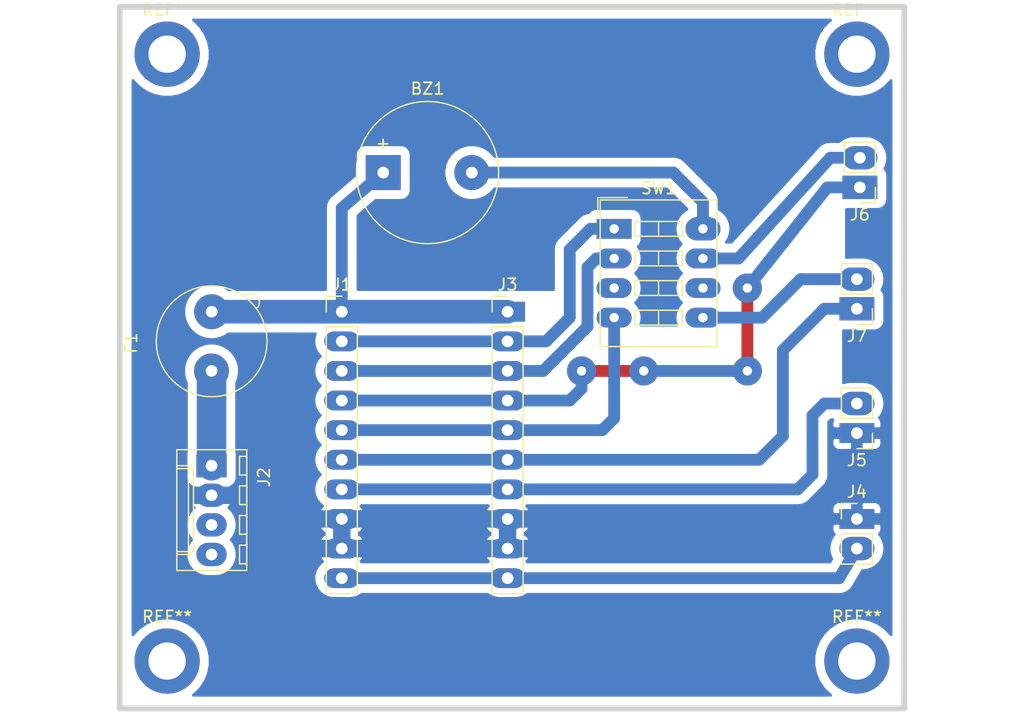
<source format=kicad_pcb>
(kicad_pcb (version 20171130) (host pcbnew "(5.1.8)-1")

  (general
    (thickness 1.6)
    (drawings 4)
    (tracks 61)
    (zones 0)
    (modules 14)
    (nets 14)
  )

  (page A4)
  (layers
    (0 F.Cu signal)
    (31 B.Cu signal)
    (32 B.Adhes user)
    (33 F.Adhes user)
    (34 B.Paste user)
    (35 F.Paste user)
    (36 B.SilkS user)
    (37 F.SilkS user)
    (38 B.Mask user)
    (39 F.Mask user)
    (40 Dwgs.User user)
    (41 Cmts.User user)
    (42 Eco1.User user)
    (43 Eco2.User user)
    (44 Edge.Cuts user)
    (45 Margin user)
    (46 B.CrtYd user)
    (47 F.CrtYd user)
    (48 B.Fab user)
    (49 F.Fab user)
  )

  (setup
    (last_trace_width 0.25)
    (user_trace_width 0.254)
    (user_trace_width 0.508)
    (user_trace_width 0.762)
    (user_trace_width 1.016)
    (user_trace_width 1.27)
    (user_trace_width 1.524)
    (user_trace_width 1.778)
    (user_trace_width 2.032)
    (user_trace_width 2.286)
    (user_trace_width 2.54)
    (user_trace_width 2.794)
    (user_trace_width 3.048)
    (user_trace_width 3.302)
    (user_trace_width 3.556)
    (user_trace_width 3.81)
    (user_trace_width 5.08)
    (trace_clearance 0.25)
    (zone_clearance 0.762)
    (zone_45_only no)
    (trace_min 0.2)
    (via_size 0.8)
    (via_drill 0.4)
    (via_min_size 0.4)
    (via_min_drill 0.3)
    (user_via 2 0.8)
    (uvia_size 0.3)
    (uvia_drill 0.1)
    (uvias_allowed no)
    (uvia_min_size 0.2)
    (uvia_min_drill 0.1)
    (edge_width 0.05)
    (segment_width 0.2)
    (pcb_text_width 0.3)
    (pcb_text_size 1.5 1.5)
    (mod_edge_width 0.12)
    (mod_text_size 1 1)
    (mod_text_width 0.15)
    (pad_size 3 1.7)
    (pad_drill 1)
    (pad_to_mask_clearance 0)
    (aux_axis_origin 0 0)
    (visible_elements 7FFFFFFF)
    (pcbplotparams
      (layerselection 0x01000_fffffffe)
      (usegerberextensions false)
      (usegerberattributes true)
      (usegerberadvancedattributes true)
      (creategerberjobfile true)
      (excludeedgelayer false)
      (linewidth 0.050000)
      (plotframeref false)
      (viasonmask false)
      (mode 1)
      (useauxorigin false)
      (hpglpennumber 1)
      (hpglpenspeed 20)
      (hpglpendiameter 15.000000)
      (psnegative false)
      (psa4output false)
      (plotreference false)
      (plotvalue false)
      (plotinvisibletext false)
      (padsonsilk true)
      (subtractmaskfromsilk false)
      (outputformat 5)
      (mirror false)
      (drillshape 1)
      (scaleselection 1)
      (outputdirectory ""))
  )

  (net 0 "")
  (net 1 VCC)
  (net 2 "Net-(J1-Pad10)")
  (net 3 "Net-(J1-Pad7)")
  (net 4 GND)
  (net 5 "Net-(J1-Pad5)")
  (net 6 "Net-(J1-Pad3)")
  (net 7 /SPK-)
  (net 8 "Net-(BZ1-Pad2)")
  (net 9 "Net-(J6-Pad2)")
  (net 10 "Net-(J1-Pad4)")
  (net 11 "Net-(J1-Pad6)")
  (net 12 "Net-(J7-Pad2)")
  (net 13 "Net-(F1-Pad1)")

  (net_class Default "This is the default net class."
    (clearance 0.25)
    (trace_width 0.25)
    (via_dia 0.8)
    (via_drill 0.4)
    (uvia_dia 0.3)
    (uvia_drill 0.1)
    (add_net /SPK-)
    (add_net GND)
    (add_net "Net-(BZ1-Pad2)")
    (add_net "Net-(F1-Pad1)")
    (add_net "Net-(J1-Pad10)")
    (add_net "Net-(J1-Pad3)")
    (add_net "Net-(J1-Pad4)")
    (add_net "Net-(J1-Pad5)")
    (add_net "Net-(J1-Pad6)")
    (add_net "Net-(J1-Pad7)")
    (add_net "Net-(J6-Pad2)")
    (add_net "Net-(J7-Pad2)")
    (add_net VCC)
  )

  (module Mounting_Holes:MountingHole_3.2mm_M3_DIN965_Pad (layer F.Cu) (tedit 56D1B4CB) (tstamp 5FC18118)
    (at 114.3 99.06)
    (descr "Mounting Hole 3.2mm, M3, DIN965")
    (tags "mounting hole 3.2mm m3 din965")
    (attr virtual)
    (fp_text reference REF** (at 0 -3.8) (layer F.SilkS)
      (effects (font (size 1 1) (thickness 0.15)))
    )
    (fp_text value MountingHole_3.2mm_M3_DIN965_Pad (at 0 3.8) (layer F.Fab)
      (effects (font (size 1 1) (thickness 0.15)))
    )
    (fp_circle (center 0 0) (end 3.05 0) (layer F.CrtYd) (width 0.05))
    (fp_circle (center 0 0) (end 2.8 0) (layer Cmts.User) (width 0.15))
    (fp_text user %R (at 0.3 0) (layer F.Fab)
      (effects (font (size 1 1) (thickness 0.15)))
    )
    (pad 1 thru_hole circle (at 0 0) (size 5.6 5.6) (drill 3.2) (layers *.Cu *.Mask))
  )

  (module Mounting_Holes:MountingHole_3.2mm_M3_DIN965_Pad (layer F.Cu) (tedit 56D1B4CB) (tstamp 5FC18118)
    (at 55.118 99.06)
    (descr "Mounting Hole 3.2mm, M3, DIN965")
    (tags "mounting hole 3.2mm m3 din965")
    (attr virtual)
    (fp_text reference REF** (at 0 -3.8) (layer F.SilkS)
      (effects (font (size 1 1) (thickness 0.15)))
    )
    (fp_text value MountingHole_3.2mm_M3_DIN965_Pad (at 0 3.8) (layer F.Fab)
      (effects (font (size 1 1) (thickness 0.15)))
    )
    (fp_circle (center 0 0) (end 3.05 0) (layer F.CrtYd) (width 0.05))
    (fp_circle (center 0 0) (end 2.8 0) (layer Cmts.User) (width 0.15))
    (fp_text user %R (at 0.3 0) (layer F.Fab)
      (effects (font (size 1 1) (thickness 0.15)))
    )
    (pad 1 thru_hole circle (at 0 0) (size 5.6 5.6) (drill 3.2) (layers *.Cu *.Mask))
  )

  (module Mounting_Holes:MountingHole_3.2mm_M3_DIN965_Pad (layer F.Cu) (tedit 56D1B4CB) (tstamp 5FC180D7)
    (at 114.3 46.99)
    (descr "Mounting Hole 3.2mm, M3, DIN965")
    (tags "mounting hole 3.2mm m3 din965")
    (attr virtual)
    (fp_text reference REF** (at 0 -3.8) (layer F.SilkS)
      (effects (font (size 1 1) (thickness 0.15)))
    )
    (fp_text value MountingHole_3.2mm_M3_DIN965_Pad (at 0 3.8) (layer F.Fab)
      (effects (font (size 1 1) (thickness 0.15)))
    )
    (fp_circle (center 0 0) (end 3.05 0) (layer F.CrtYd) (width 0.05))
    (fp_circle (center 0 0) (end 2.8 0) (layer Cmts.User) (width 0.15))
    (fp_text user %R (at 0.3 0) (layer F.Fab)
      (effects (font (size 1 1) (thickness 0.15)))
    )
    (pad 1 thru_hole circle (at 0 0) (size 5.6 5.6) (drill 3.2) (layers *.Cu *.Mask))
  )

  (module Mounting_Holes:MountingHole_3.2mm_M3_DIN965_Pad (layer F.Cu) (tedit 56D1B4CB) (tstamp 5FC1804C)
    (at 55.118 46.99)
    (descr "Mounting Hole 3.2mm, M3, DIN965")
    (tags "mounting hole 3.2mm m3 din965")
    (attr virtual)
    (fp_text reference REF** (at 0 -3.8) (layer F.SilkS)
      (effects (font (size 1 1) (thickness 0.15)))
    )
    (fp_text value MountingHole_3.2mm_M3_DIN965_Pad (at 0 3.8) (layer F.Fab)
      (effects (font (size 1 1) (thickness 0.15)))
    )
    (fp_circle (center 0 0) (end 3.05 0) (layer F.CrtYd) (width 0.05))
    (fp_circle (center 0 0) (end 2.8 0) (layer Cmts.User) (width 0.15))
    (fp_text user %R (at 0.3 0) (layer F.Fab)
      (effects (font (size 1 1) (thickness 0.15)))
    )
    (pad 1 thru_hole circle (at 0 0) (size 5.6 5.6) (drill 3.2) (layers *.Cu *.Mask))
  )

  (module Buttons_Switches_THT:SW_DIP_x4_W7.62mm_Slide (layer F.Cu) (tedit 5FC16490) (tstamp 5FC17D04)
    (at 93.472 61.976)
    (descr "4x-dip-switch, Slide, row spacing 7.62 mm (300 mils)")
    (tags "DIP Switch Slide 7.62mm 300mil")
    (path /5FC654C2)
    (fp_text reference SW1 (at 3.81 -3.48) (layer F.SilkS)
      (effects (font (size 1 1) (thickness 0.15)))
    )
    (fp_text value SW_DIP_x04 (at 3.81 11.1) (layer F.Fab)
      (effects (font (size 1 1) (thickness 0.15)))
    )
    (fp_line (start -1.4 -2.68) (end -1.4 -1.41) (layer F.SilkS) (width 0.12))
    (fp_line (start -1.4 -2.68) (end 1.14 -2.68) (layer F.SilkS) (width 0.12))
    (fp_line (start -0.08 -2.36) (end 8.7 -2.36) (layer F.Fab) (width 0.1))
    (fp_line (start 8.7 -2.36) (end 8.7 9.98) (layer F.Fab) (width 0.1))
    (fp_line (start 8.7 9.98) (end -1.08 9.98) (layer F.Fab) (width 0.1))
    (fp_line (start -1.08 9.98) (end -1.08 -1.36) (layer F.Fab) (width 0.1))
    (fp_line (start -1.08 -1.36) (end -0.08 -2.36) (layer F.Fab) (width 0.1))
    (fp_line (start 1.78 -0.635) (end 1.78 0.635) (layer F.Fab) (width 0.1))
    (fp_line (start 1.78 0.635) (end 5.84 0.635) (layer F.Fab) (width 0.1))
    (fp_line (start 5.84 0.635) (end 5.84 -0.635) (layer F.Fab) (width 0.1))
    (fp_line (start 5.84 -0.635) (end 1.78 -0.635) (layer F.Fab) (width 0.1))
    (fp_line (start 3.81 -0.635) (end 3.81 0.635) (layer F.Fab) (width 0.1))
    (fp_line (start 1.78 1.905) (end 1.78 3.175) (layer F.Fab) (width 0.1))
    (fp_line (start 1.78 3.175) (end 5.84 3.175) (layer F.Fab) (width 0.1))
    (fp_line (start 5.84 3.175) (end 5.84 1.905) (layer F.Fab) (width 0.1))
    (fp_line (start 5.84 1.905) (end 1.78 1.905) (layer F.Fab) (width 0.1))
    (fp_line (start 3.81 1.905) (end 3.81 3.175) (layer F.Fab) (width 0.1))
    (fp_line (start 1.78 4.445) (end 1.78 5.715) (layer F.Fab) (width 0.1))
    (fp_line (start 1.78 5.715) (end 5.84 5.715) (layer F.Fab) (width 0.1))
    (fp_line (start 5.84 5.715) (end 5.84 4.445) (layer F.Fab) (width 0.1))
    (fp_line (start 5.84 4.445) (end 1.78 4.445) (layer F.Fab) (width 0.1))
    (fp_line (start 3.81 4.445) (end 3.81 5.715) (layer F.Fab) (width 0.1))
    (fp_line (start 1.78 6.985) (end 1.78 8.255) (layer F.Fab) (width 0.1))
    (fp_line (start 1.78 8.255) (end 5.84 8.255) (layer F.Fab) (width 0.1))
    (fp_line (start 5.84 8.255) (end 5.84 6.985) (layer F.Fab) (width 0.1))
    (fp_line (start 5.84 6.985) (end 1.78 6.985) (layer F.Fab) (width 0.1))
    (fp_line (start 3.81 6.985) (end 3.81 8.255) (layer F.Fab) (width 0.1))
    (fp_line (start -1.2 -2.48) (end 8.82 -2.48) (layer F.SilkS) (width 0.12))
    (fp_line (start 8.82 -2.48) (end 8.82 10.1) (layer F.SilkS) (width 0.12))
    (fp_line (start 8.82 10.1) (end -1.2 10.1) (layer F.SilkS) (width 0.12))
    (fp_line (start -1.2 10.1) (end -1.2 -2.48) (layer F.SilkS) (width 0.12))
    (fp_line (start 1.78 -0.635) (end 1.78 0.635) (layer F.SilkS) (width 0.12))
    (fp_line (start 1.78 0.635) (end 5.84 0.635) (layer F.SilkS) (width 0.12))
    (fp_line (start 5.84 0.635) (end 5.84 -0.635) (layer F.SilkS) (width 0.12))
    (fp_line (start 5.84 -0.635) (end 1.78 -0.635) (layer F.SilkS) (width 0.12))
    (fp_line (start 3.81 -0.635) (end 3.81 0.635) (layer F.SilkS) (width 0.12))
    (fp_line (start 1.78 1.905) (end 1.78 3.175) (layer F.SilkS) (width 0.12))
    (fp_line (start 1.78 3.175) (end 5.84 3.175) (layer F.SilkS) (width 0.12))
    (fp_line (start 5.84 3.175) (end 5.84 1.905) (layer F.SilkS) (width 0.12))
    (fp_line (start 5.84 1.905) (end 1.78 1.905) (layer F.SilkS) (width 0.12))
    (fp_line (start 3.81 1.905) (end 3.81 3.175) (layer F.SilkS) (width 0.12))
    (fp_line (start 1.78 4.445) (end 1.78 5.715) (layer F.SilkS) (width 0.12))
    (fp_line (start 1.78 5.715) (end 5.84 5.715) (layer F.SilkS) (width 0.12))
    (fp_line (start 5.84 5.715) (end 5.84 4.445) (layer F.SilkS) (width 0.12))
    (fp_line (start 5.84 4.445) (end 1.78 4.445) (layer F.SilkS) (width 0.12))
    (fp_line (start 3.81 4.445) (end 3.81 5.715) (layer F.SilkS) (width 0.12))
    (fp_line (start 1.78 6.985) (end 1.78 8.255) (layer F.SilkS) (width 0.12))
    (fp_line (start 1.78 8.255) (end 5.84 8.255) (layer F.SilkS) (width 0.12))
    (fp_line (start 5.84 8.255) (end 5.84 6.985) (layer F.SilkS) (width 0.12))
    (fp_line (start 5.84 6.985) (end 1.78 6.985) (layer F.SilkS) (width 0.12))
    (fp_line (start 3.81 6.985) (end 3.81 8.255) (layer F.SilkS) (width 0.12))
    (fp_line (start -1.4 -2.7) (end -1.4 10.3) (layer F.CrtYd) (width 0.05))
    (fp_line (start -1.4 10.3) (end 9 10.3) (layer F.CrtYd) (width 0.05))
    (fp_line (start 9 10.3) (end 9 -2.7) (layer F.CrtYd) (width 0.05))
    (fp_line (start 9 -2.7) (end -1.4 -2.7) (layer F.CrtYd) (width 0.05))
    (fp_text user %R (at 3.81 3.81 270) (layer F.Fab)
      (effects (font (size 1 1) (thickness 0.15)))
    )
    (pad 1 thru_hole rect (at 0 0) (size 3 1.7) (drill 0.8) (layers *.Cu *.Mask)
      (net 7 /SPK-))
    (pad 5 thru_hole oval (at 7.62 7.62) (size 3 1.7) (drill 0.8) (layers *.Cu *.Mask)
      (net 12 "Net-(J7-Pad2)"))
    (pad 2 thru_hole oval (at 0 2.54) (size 3 1.7) (drill 0.8) (layers *.Cu *.Mask)
      (net 6 "Net-(J1-Pad3)"))
    (pad 6 thru_hole oval (at 7.62 5.08) (size 3 1.7) (drill 0.8) (layers *.Cu *.Mask))
    (pad 3 thru_hole oval (at 0 5.08) (size 3 1.7) (drill 0.8) (layers *.Cu *.Mask))
    (pad 7 thru_hole oval (at 7.62 2.54) (size 3 1.7) (drill 0.8) (layers *.Cu *.Mask)
      (net 9 "Net-(J6-Pad2)"))
    (pad 4 thru_hole oval (at 0 7.62) (size 3 1.7) (drill 0.8) (layers *.Cu *.Mask)
      (net 5 "Net-(J1-Pad5)"))
    (pad 8 thru_hole oval (at 7.62 0) (size 3 2) (drill 0.8) (layers *.Cu *.Mask)
      (net 8 "Net-(BZ1-Pad2)"))
    (model ${KISYS3DMOD}/Buttons_Switches_THT.3dshapes/SW_DIP_x4_W7.62mm_Slide.wrl
      (at (xyz 0 0 0))
      (scale (xyz 1 1 1))
      (rotate (xyz 0 0 90))
    )
  )

  (module Pin_Headers:Pin_Header_Straight_1x10_Pitch2.54mm (layer F.Cu) (tedit 5FC17A0E) (tstamp 5FC14A50)
    (at 84.328 69.088)
    (descr "Through hole straight pin header, 1x10, 2.54mm pitch, single row")
    (tags "Through hole pin header THT 1x10 2.54mm single row")
    (path /5FC2A9E5)
    (fp_text reference J3 (at 0 -2.33) (layer F.SilkS)
      (effects (font (size 1 1) (thickness 0.15)))
    )
    (fp_text value EXT_CONN (at 0 25.19) (layer F.Fab)
      (effects (font (size 1 1) (thickness 0.15)))
    )
    (fp_line (start -0.635 -1.27) (end 1.27 -1.27) (layer F.Fab) (width 0.1))
    (fp_line (start 1.27 -1.27) (end 1.27 24.13) (layer F.Fab) (width 0.1))
    (fp_line (start 1.27 24.13) (end -1.27 24.13) (layer F.Fab) (width 0.1))
    (fp_line (start -1.27 24.13) (end -1.27 -0.635) (layer F.Fab) (width 0.1))
    (fp_line (start -1.27 -0.635) (end -0.635 -1.27) (layer F.Fab) (width 0.1))
    (fp_line (start -1.33 24.19) (end 1.33 24.19) (layer F.SilkS) (width 0.12))
    (fp_line (start -1.33 1.27) (end -1.33 24.19) (layer F.SilkS) (width 0.12))
    (fp_line (start 1.33 1.27) (end 1.33 24.19) (layer F.SilkS) (width 0.12))
    (fp_line (start -1.33 1.27) (end 1.33 1.27) (layer F.SilkS) (width 0.12))
    (fp_line (start -1.33 0) (end -1.33 -1.33) (layer F.SilkS) (width 0.12))
    (fp_line (start -1.33 -1.33) (end 0 -1.33) (layer F.SilkS) (width 0.12))
    (fp_line (start -1.8 -1.8) (end -1.8 24.65) (layer F.CrtYd) (width 0.05))
    (fp_line (start -1.8 24.65) (end 1.8 24.65) (layer F.CrtYd) (width 0.05))
    (fp_line (start 1.8 24.65) (end 1.8 -1.8) (layer F.CrtYd) (width 0.05))
    (fp_line (start 1.8 -1.8) (end -1.8 -1.8) (layer F.CrtYd) (width 0.05))
    (fp_text user %R (at 0 11.43 90) (layer F.Fab)
      (effects (font (size 1 1) (thickness 0.15)))
    )
    (pad 1 thru_hole rect (at 0 0) (size 3 1.7) (drill 1) (layers *.Cu *.Mask)
      (net 1 VCC))
    (pad 2 thru_hole oval (at 0 2.54) (size 3 1.7) (drill 1) (layers *.Cu *.Mask)
      (net 7 /SPK-))
    (pad 3 thru_hole oval (at 0 5.08) (size 3 1.7) (drill 1) (layers *.Cu *.Mask)
      (net 6 "Net-(J1-Pad3)"))
    (pad 4 thru_hole oval (at 0 7.62) (size 3 1.7) (drill 1) (layers *.Cu *.Mask)
      (net 10 "Net-(J1-Pad4)"))
    (pad 5 thru_hole oval (at 0 10.16) (size 3 1.7) (drill 1) (layers *.Cu *.Mask)
      (net 5 "Net-(J1-Pad5)"))
    (pad 6 thru_hole oval (at 0 12.7) (size 3 1.7) (drill 1) (layers *.Cu *.Mask)
      (net 11 "Net-(J1-Pad6)"))
    (pad 7 thru_hole oval (at 0 15.24) (size 3 1.7) (drill 1) (layers *.Cu *.Mask)
      (net 3 "Net-(J1-Pad7)"))
    (pad 8 thru_hole oval (at 0 17.78) (size 3 1.7) (drill 1) (layers *.Cu *.Mask)
      (net 4 GND) (thermal_width 1.5))
    (pad 9 thru_hole oval (at 0 20.32) (size 3 1.7) (drill 1) (layers *.Cu *.Mask)
      (net 4 GND) (thermal_width 1.5))
    (pad 10 thru_hole oval (at 0 22.86) (size 3 1.7) (drill 1) (layers *.Cu *.Mask)
      (net 2 "Net-(J1-Pad10)"))
    (model ${KISYS3DMOD}/Pin_Headers.3dshapes/Pin_Header_Straight_1x10_Pitch2.54mm.wrl
      (at (xyz 0 0 0))
      (scale (xyz 1 1 1))
      (rotate (xyz 0 0 0))
    )
  )

  (module Connectors_Molex:Molex_KK-6410-04_04x2.54mm_Straight (layer F.Cu) (tedit 5FC1796F) (tstamp 5FC14A4D)
    (at 58.928 82.296 270)
    (descr "Connector Headers with Friction Lock, 22-27-2041, http://www.molex.com/pdm_docs/sd/022272021_sd.pdf")
    (tags "connector molex kk_6410 22-27-2041")
    (path /5FC2BAC4)
    (fp_text reference J2 (at 1 -4.5 90) (layer F.SilkS)
      (effects (font (size 1 1) (thickness 0.15)))
    )
    (fp_text value FLOPPY_PWR (at 3.81 4.5 90) (layer F.Fab)
      (effects (font (size 1 1) (thickness 0.15)))
    )
    (fp_line (start -1.47 -3.12) (end -1.47 3.08) (layer F.Fab) (width 0.12))
    (fp_line (start -1.47 3.08) (end 9.09 3.08) (layer F.Fab) (width 0.12))
    (fp_line (start 9.09 3.08) (end 9.09 -3.12) (layer F.Fab) (width 0.12))
    (fp_line (start 9.09 -3.12) (end -1.47 -3.12) (layer F.Fab) (width 0.12))
    (fp_line (start -1.37 -3.02) (end -1.37 2.98) (layer F.SilkS) (width 0.12))
    (fp_line (start -1.37 2.98) (end 8.99 2.98) (layer F.SilkS) (width 0.12))
    (fp_line (start 8.99 2.98) (end 8.99 -3.02) (layer F.SilkS) (width 0.12))
    (fp_line (start 8.99 -3.02) (end -1.37 -3.02) (layer F.SilkS) (width 0.12))
    (fp_line (start 0 2.98) (end 0 1.98) (layer F.SilkS) (width 0.12))
    (fp_line (start 0 1.98) (end 7.62 1.98) (layer F.SilkS) (width 0.12))
    (fp_line (start 7.62 1.98) (end 7.62 2.98) (layer F.SilkS) (width 0.12))
    (fp_line (start 0 1.98) (end 0.25 1.55) (layer F.SilkS) (width 0.12))
    (fp_line (start 0.25 1.55) (end 7.37 1.55) (layer F.SilkS) (width 0.12))
    (fp_line (start 7.37 1.55) (end 7.62 1.98) (layer F.SilkS) (width 0.12))
    (fp_line (start 0.25 2.98) (end 0.25 1.98) (layer F.SilkS) (width 0.12))
    (fp_line (start 7.37 2.98) (end 7.37 1.98) (layer F.SilkS) (width 0.12))
    (fp_line (start -0.8 -3.02) (end -0.8 -2.4) (layer F.SilkS) (width 0.12))
    (fp_line (start -0.8 -2.4) (end 0.8 -2.4) (layer F.SilkS) (width 0.12))
    (fp_line (start 0.8 -2.4) (end 0.8 -3.02) (layer F.SilkS) (width 0.12))
    (fp_line (start 1.74 -3.02) (end 1.74 -2.4) (layer F.SilkS) (width 0.12))
    (fp_line (start 1.74 -2.4) (end 3.34 -2.4) (layer F.SilkS) (width 0.12))
    (fp_line (start 3.34 -2.4) (end 3.34 -3.02) (layer F.SilkS) (width 0.12))
    (fp_line (start 4.28 -3.02) (end 4.28 -2.4) (layer F.SilkS) (width 0.12))
    (fp_line (start 4.28 -2.4) (end 5.88 -2.4) (layer F.SilkS) (width 0.12))
    (fp_line (start 5.88 -2.4) (end 5.88 -3.02) (layer F.SilkS) (width 0.12))
    (fp_line (start 6.82 -3.02) (end 6.82 -2.4) (layer F.SilkS) (width 0.12))
    (fp_line (start 6.82 -2.4) (end 8.42 -2.4) (layer F.SilkS) (width 0.12))
    (fp_line (start 8.42 -2.4) (end 8.42 -3.02) (layer F.SilkS) (width 0.12))
    (fp_line (start -1.9 3.5) (end -1.9 -3.55) (layer F.CrtYd) (width 0.05))
    (fp_line (start -1.9 -3.55) (end 9.5 -3.55) (layer F.CrtYd) (width 0.05))
    (fp_line (start 9.5 -3.55) (end 9.5 3.5) (layer F.CrtYd) (width 0.05))
    (fp_line (start 9.5 3.5) (end -1.9 3.5) (layer F.CrtYd) (width 0.05))
    (fp_text user %R (at 3.81 0 90) (layer F.Fab)
      (effects (font (size 1 1) (thickness 0.15)))
    )
    (pad 1 thru_hole rect (at 0 0 270) (size 2 2.6) (drill 1) (layers *.Cu *.Mask)
      (net 13 "Net-(F1-Pad1)"))
    (pad 2 thru_hole oval (at 2.54 0 270) (size 2 2.6) (drill 1) (layers *.Cu *.Mask)
      (net 4 GND) (thermal_width 1.5))
    (pad 3 thru_hole oval (at 5.08 0 270) (size 2 2.6) (drill 1) (layers *.Cu *.Mask))
    (pad 4 thru_hole oval (at 7.62 0 270) (size 2 2.6) (drill 1) (layers *.Cu *.Mask))
    (model ${KISYS3DMOD}/Connectors_Molex.3dshapes/Molex_KK-6410-04_04x2.54mm_Straight.wrl
      (at (xyz 0 0 0))
      (scale (xyz 1 1 1))
      (rotate (xyz 0 0 0))
    )
  )

  (module Pin_Headers:Pin_Header_Straight_1x10_Pitch2.54mm (layer F.Cu) (tedit 5FC179F6) (tstamp 5FC14A4A)
    (at 70.104 69.088)
    (descr "Through hole straight pin header, 1x10, 2.54mm pitch, single row")
    (tags "Through hole pin header THT 1x10 2.54mm single row")
    (path /5FC284C4)
    (fp_text reference J1 (at 0 -2.33) (layer F.SilkS)
      (effects (font (size 1 1) (thickness 0.15)))
    )
    (fp_text value MB_CONN (at 0 25.19) (layer F.Fab)
      (effects (font (size 1 1) (thickness 0.15)))
    )
    (fp_line (start -0.635 -1.27) (end 1.27 -1.27) (layer F.Fab) (width 0.1))
    (fp_line (start 1.27 -1.27) (end 1.27 24.13) (layer F.Fab) (width 0.1))
    (fp_line (start 1.27 24.13) (end -1.27 24.13) (layer F.Fab) (width 0.1))
    (fp_line (start -1.27 24.13) (end -1.27 -0.635) (layer F.Fab) (width 0.1))
    (fp_line (start -1.27 -0.635) (end -0.635 -1.27) (layer F.Fab) (width 0.1))
    (fp_line (start -1.33 24.19) (end 1.33 24.19) (layer F.SilkS) (width 0.12))
    (fp_line (start -1.33 1.27) (end -1.33 24.19) (layer F.SilkS) (width 0.12))
    (fp_line (start 1.33 1.27) (end 1.33 24.19) (layer F.SilkS) (width 0.12))
    (fp_line (start -1.33 1.27) (end 1.33 1.27) (layer F.SilkS) (width 0.12))
    (fp_line (start -1.33 0) (end -1.33 -1.33) (layer F.SilkS) (width 0.12))
    (fp_line (start -1.33 -1.33) (end 0 -1.33) (layer F.SilkS) (width 0.12))
    (fp_line (start -1.8 -1.8) (end -1.8 24.65) (layer F.CrtYd) (width 0.05))
    (fp_line (start -1.8 24.65) (end 1.8 24.65) (layer F.CrtYd) (width 0.05))
    (fp_line (start 1.8 24.65) (end 1.8 -1.8) (layer F.CrtYd) (width 0.05))
    (fp_line (start 1.8 -1.8) (end -1.8 -1.8) (layer F.CrtYd) (width 0.05))
    (fp_text user %R (at 0 11.43 90) (layer F.Fab)
      (effects (font (size 1 1) (thickness 0.15)))
    )
    (pad 1 thru_hole rect (at 0 0) (size 3 1.7) (drill 1) (layers *.Cu *.Mask)
      (net 1 VCC))
    (pad 2 thru_hole oval (at 0 2.54) (size 3 1.7) (drill 1) (layers *.Cu *.Mask)
      (net 7 /SPK-))
    (pad 3 thru_hole oval (at 0 5.08) (size 3 1.7) (drill 1) (layers *.Cu *.Mask)
      (net 6 "Net-(J1-Pad3)"))
    (pad 4 thru_hole oval (at 0 7.62) (size 3 1.7) (drill 1) (layers *.Cu *.Mask)
      (net 10 "Net-(J1-Pad4)"))
    (pad 5 thru_hole oval (at 0 10.16) (size 3 1.7) (drill 1) (layers *.Cu *.Mask)
      (net 5 "Net-(J1-Pad5)"))
    (pad 6 thru_hole oval (at 0 12.7) (size 3 1.7) (drill 1) (layers *.Cu *.Mask)
      (net 11 "Net-(J1-Pad6)"))
    (pad 7 thru_hole oval (at 0 15.24) (size 3 1.7) (drill 1) (layers *.Cu *.Mask)
      (net 3 "Net-(J1-Pad7)"))
    (pad 8 thru_hole oval (at 0 17.78) (size 3 1.7) (drill 1) (layers *.Cu *.Mask)
      (net 4 GND) (thermal_width 1.5))
    (pad 9 thru_hole oval (at 0 20.32) (size 3 1.7) (drill 1) (layers *.Cu *.Mask)
      (net 4 GND) (thermal_width 1.5))
    (pad 10 thru_hole oval (at 0 22.86) (size 3 1.7) (drill 1) (layers *.Cu *.Mask)
      (net 2 "Net-(J1-Pad10)"))
    (model ${KISYS3DMOD}/Pin_Headers.3dshapes/Pin_Header_Straight_1x10_Pitch2.54mm.wrl
      (at (xyz 0 0 0))
      (scale (xyz 1 1 1))
      (rotate (xyz 0 0 0))
    )
  )

  (module Fuse_Holders_and_Fuses:Fuseholder_Fuse_TR5_Littlefuse-No560_No460 (layer F.Cu) (tedit 5FC16B80) (tstamp 5FC15BA6)
    (at 58.928 74.168 90)
    (descr "Fuse, Fuseholder, TR5, Littlefuse/Wickmann, No. 460, No560,")
    (tags "Fuse Fuseholder TR5 Littlefuse/Wickmann No. 460 No560 ")
    (path /5FC2EE95)
    (fp_text reference F1 (at 2.39 -6.89 90) (layer F.SilkS)
      (effects (font (size 1 1) (thickness 0.15)))
    )
    (fp_text value "Fuse (500 mA)" (at 2.39 7.43 90) (layer F.Fab)
      (effects (font (size 1 1) (thickness 0.15)))
    )
    (fp_line (start 5.44 3.94) (end 5.31 3.79) (layer F.Fab) (width 0.1))
    (fp_line (start 5.62 4.02) (end 5.44 3.94) (layer F.Fab) (width 0.1))
    (fp_line (start 5.91 4.06) (end 5.62 4.02) (layer F.Fab) (width 0.1))
    (fp_line (start 6.2 3.98) (end 5.91 4.06) (layer F.Fab) (width 0.1))
    (fp_line (start 6.42 3.81) (end 6.2 3.98) (layer F.Fab) (width 0.1))
    (fp_line (start 6.57 3.55) (end 6.42 3.81) (layer F.Fab) (width 0.1))
    (fp_line (start 6.6 3.29) (end 6.57 3.55) (layer F.Fab) (width 0.1))
    (fp_line (start 6.55 3.04) (end 6.6 3.29) (layer F.Fab) (width 0.1))
    (fp_line (start 6.46 2.88) (end 6.55 3.04) (layer F.Fab) (width 0.1))
    (fp_line (start 6.34 2.74) (end 6.46 2.88) (layer F.Fab) (width 0.1))
    (fp_line (start 6.39 2.79) (end 6.51 2.93) (layer F.SilkS) (width 0.12))
    (fp_line (start 6.51 2.93) (end 6.6 3.09) (layer F.SilkS) (width 0.12))
    (fp_line (start 6.6 3.09) (end 6.65 3.34) (layer F.SilkS) (width 0.12))
    (fp_line (start 6.65 3.34) (end 6.62 3.6) (layer F.SilkS) (width 0.12))
    (fp_line (start 6.62 3.6) (end 6.47 3.86) (layer F.SilkS) (width 0.12))
    (fp_line (start 6.47 3.86) (end 6.25 4.03) (layer F.SilkS) (width 0.12))
    (fp_line (start 6.25 4.03) (end 5.96 4.11) (layer F.SilkS) (width 0.12))
    (fp_line (start 5.96 4.11) (end 5.67 4.07) (layer F.SilkS) (width 0.12))
    (fp_line (start 5.67 4.07) (end 5.49 3.99) (layer F.SilkS) (width 0.12))
    (fp_line (start 5.49 3.99) (end 5.36 3.84) (layer F.SilkS) (width 0.12))
    (fp_line (start -2.46 -4.99) (end 7.54 -4.99) (layer F.CrtYd) (width 0.05))
    (fp_line (start -2.46 -4.99) (end -2.46 5.01) (layer F.CrtYd) (width 0.05))
    (fp_line (start 7.54 5.01) (end 7.54 -4.99) (layer F.CrtYd) (width 0.05))
    (fp_line (start 7.54 5.01) (end -2.46 5.01) (layer F.CrtYd) (width 0.05))
    (fp_circle (center 2.55 0) (end 7.25 0) (layer F.Fab) (width 0.1))
    (fp_circle (center 2.54 0.01) (end 7.29 0.01) (layer F.SilkS) (width 0.12))
    (pad 1 thru_hole circle (at 0 0 90) (size 3 3) (drill 1) (layers *.Cu *.Mask)
      (net 13 "Net-(F1-Pad1)"))
    (pad 2 thru_hole circle (at 5.08 0.01 90) (size 3 3) (drill 1) (layers *.Cu *.Mask)
      (net 1 VCC))
  )

  (module Pin_Headers:Pin_Header_Straight_1x02_Pitch2.54mm (layer F.Cu) (tedit 5FC17A21) (tstamp 5FC02EE8)
    (at 114.3 86.868)
    (descr "Through hole straight pin header, 1x02, 2.54mm pitch, single row")
    (tags "Through hole pin header THT 1x02 2.54mm single row")
    (path /5FC08C5C)
    (fp_text reference J4 (at 0 -2.33) (layer F.SilkS)
      (effects (font (size 1 1) (thickness 0.15)))
    )
    (fp_text value PWR_SW (at 0 4.87) (layer F.Fab)
      (effects (font (size 1 1) (thickness 0.15)))
    )
    (fp_line (start -0.635 -1.27) (end 1.27 -1.27) (layer F.Fab) (width 0.1))
    (fp_line (start 1.27 -1.27) (end 1.27 3.81) (layer F.Fab) (width 0.1))
    (fp_line (start 1.27 3.81) (end -1.27 3.81) (layer F.Fab) (width 0.1))
    (fp_line (start -1.27 3.81) (end -1.27 -0.635) (layer F.Fab) (width 0.1))
    (fp_line (start -1.27 -0.635) (end -0.635 -1.27) (layer F.Fab) (width 0.1))
    (fp_line (start -1.33 3.87) (end 1.33 3.87) (layer F.SilkS) (width 0.12))
    (fp_line (start -1.33 1.27) (end -1.33 3.87) (layer F.SilkS) (width 0.12))
    (fp_line (start 1.33 1.27) (end 1.33 3.87) (layer F.SilkS) (width 0.12))
    (fp_line (start -1.33 1.27) (end 1.33 1.27) (layer F.SilkS) (width 0.12))
    (fp_line (start -1.33 0) (end -1.33 -1.33) (layer F.SilkS) (width 0.12))
    (fp_line (start -1.33 -1.33) (end 0 -1.33) (layer F.SilkS) (width 0.12))
    (fp_line (start -1.8 -1.8) (end -1.8 4.35) (layer F.CrtYd) (width 0.05))
    (fp_line (start -1.8 4.35) (end 1.8 4.35) (layer F.CrtYd) (width 0.05))
    (fp_line (start 1.8 4.35) (end 1.8 -1.8) (layer F.CrtYd) (width 0.05))
    (fp_line (start 1.8 -1.8) (end -1.8 -1.8) (layer F.CrtYd) (width 0.05))
    (fp_text user %R (at 0 1.27 -270) (layer F.Fab)
      (effects (font (size 1 1) (thickness 0.15)))
    )
    (pad 2 thru_hole oval (at 0 2.54) (size 3 2) (drill 1) (layers *.Cu *.Mask)
      (net 2 "Net-(J1-Pad10)"))
    (pad 1 thru_hole rect (at 0 0) (size 3 1.7) (drill 1) (layers *.Cu *.Mask)
      (net 4 GND) (thermal_width 1))
    (model ${KISYS3DMOD}/Pin_Headers.3dshapes/Pin_Header_Straight_1x02_Pitch2.54mm.wrl
      (at (xyz 0 0 0))
      (scale (xyz 1 1 1))
      (rotate (xyz 0 0 0))
    )
  )

  (module Pin_Headers:Pin_Header_Straight_1x02_Pitch2.54mm (layer F.Cu) (tedit 5FC166A5) (tstamp 5FC033EE)
    (at 114.554 58.42 180)
    (descr "Through hole straight pin header, 1x02, 2.54mm pitch, single row")
    (tags "Through hole pin header THT 1x02 2.54mm single row")
    (path /5FC0A260)
    (fp_text reference J6 (at 0 -2.33) (layer F.SilkS)
      (effects (font (size 1 1) (thickness 0.15)))
    )
    (fp_text value PWR_LED (at 0 4.87) (layer F.Fab)
      (effects (font (size 1 1) (thickness 0.15)))
    )
    (fp_line (start -0.635 -1.27) (end 1.27 -1.27) (layer F.Fab) (width 0.1))
    (fp_line (start 1.27 -1.27) (end 1.27 3.81) (layer F.Fab) (width 0.1))
    (fp_line (start 1.27 3.81) (end -1.27 3.81) (layer F.Fab) (width 0.1))
    (fp_line (start -1.27 3.81) (end -1.27 -0.635) (layer F.Fab) (width 0.1))
    (fp_line (start -1.27 -0.635) (end -0.635 -1.27) (layer F.Fab) (width 0.1))
    (fp_line (start -1.33 3.87) (end 1.33 3.87) (layer F.SilkS) (width 0.12))
    (fp_line (start -1.33 1.27) (end -1.33 3.87) (layer F.SilkS) (width 0.12))
    (fp_line (start 1.33 1.27) (end 1.33 3.87) (layer F.SilkS) (width 0.12))
    (fp_line (start -1.33 1.27) (end 1.33 1.27) (layer F.SilkS) (width 0.12))
    (fp_line (start -1.33 0) (end -1.33 -1.33) (layer F.SilkS) (width 0.12))
    (fp_line (start -1.33 -1.33) (end 0 -1.33) (layer F.SilkS) (width 0.12))
    (fp_line (start -1.8 -1.8) (end -1.8 4.35) (layer F.CrtYd) (width 0.05))
    (fp_line (start -1.8 4.35) (end 1.8 4.35) (layer F.CrtYd) (width 0.05))
    (fp_line (start 1.8 4.35) (end 1.8 -1.8) (layer F.CrtYd) (width 0.05))
    (fp_line (start 1.8 -1.8) (end -1.8 -1.8) (layer F.CrtYd) (width 0.05))
    (fp_text user %R (at 0 1.27 90) (layer F.Fab)
      (effects (font (size 1 1) (thickness 0.15)))
    )
    (pad 2 thru_hole oval (at 0 2.54 180) (size 3 2) (drill 1) (layers *.Cu *.Mask)
      (net 9 "Net-(J6-Pad2)"))
    (pad 1 thru_hole rect (at 0 0 180) (size 3 2) (drill 1) (layers *.Cu *.Mask)
      (net 10 "Net-(J1-Pad4)"))
    (model ${KISYS3DMOD}/Pin_Headers.3dshapes/Pin_Header_Straight_1x02_Pitch2.54mm.wrl
      (at (xyz 0 0 0))
      (scale (xyz 1 1 1))
      (rotate (xyz 0 0 0))
    )
  )

  (module Pin_Headers:Pin_Header_Straight_1x02_Pitch2.54mm (layer F.Cu) (tedit 5FC17A2D) (tstamp 5FC02EFE)
    (at 114.3 79.502 180)
    (descr "Through hole straight pin header, 1x02, 2.54mm pitch, single row")
    (tags "Through hole pin header THT 1x02 2.54mm single row")
    (path /5FC09A9D)
    (fp_text reference J5 (at 0 -2.33) (layer F.SilkS)
      (effects (font (size 1 1) (thickness 0.15)))
    )
    (fp_text value RESET_SW (at 0 4.87) (layer F.Fab)
      (effects (font (size 1 1) (thickness 0.15)))
    )
    (fp_line (start 1.8 -1.8) (end -1.8 -1.8) (layer F.CrtYd) (width 0.05))
    (fp_line (start 1.8 4.35) (end 1.8 -1.8) (layer F.CrtYd) (width 0.05))
    (fp_line (start -1.8 4.35) (end 1.8 4.35) (layer F.CrtYd) (width 0.05))
    (fp_line (start -1.8 -1.8) (end -1.8 4.35) (layer F.CrtYd) (width 0.05))
    (fp_line (start -1.33 -1.33) (end 0 -1.33) (layer F.SilkS) (width 0.12))
    (fp_line (start -1.33 0) (end -1.33 -1.33) (layer F.SilkS) (width 0.12))
    (fp_line (start -1.33 1.27) (end 1.33 1.27) (layer F.SilkS) (width 0.12))
    (fp_line (start 1.33 1.27) (end 1.33 3.87) (layer F.SilkS) (width 0.12))
    (fp_line (start -1.33 1.27) (end -1.33 3.87) (layer F.SilkS) (width 0.12))
    (fp_line (start -1.33 3.87) (end 1.33 3.87) (layer F.SilkS) (width 0.12))
    (fp_line (start -1.27 -0.635) (end -0.635 -1.27) (layer F.Fab) (width 0.1))
    (fp_line (start -1.27 3.81) (end -1.27 -0.635) (layer F.Fab) (width 0.1))
    (fp_line (start 1.27 3.81) (end -1.27 3.81) (layer F.Fab) (width 0.1))
    (fp_line (start 1.27 -1.27) (end 1.27 3.81) (layer F.Fab) (width 0.1))
    (fp_line (start -0.635 -1.27) (end 1.27 -1.27) (layer F.Fab) (width 0.1))
    (fp_text user %R (at 0 1.27 90) (layer F.Fab)
      (effects (font (size 1 1) (thickness 0.15)))
    )
    (pad 1 thru_hole rect (at 0 0 180) (size 3 1.7) (drill 1) (layers *.Cu *.Mask)
      (net 4 GND) (thermal_width 1))
    (pad 2 thru_hole oval (at 0 2.54 180) (size 3 2) (drill 1) (layers *.Cu *.Mask)
      (net 3 "Net-(J1-Pad7)"))
    (model ${KISYS3DMOD}/Pin_Headers.3dshapes/Pin_Header_Straight_1x02_Pitch2.54mm.wrl
      (at (xyz 0 0 0))
      (scale (xyz 1 1 1))
      (rotate (xyz 0 0 0))
    )
  )

  (module Pin_Headers:Pin_Header_Straight_1x02_Pitch2.54mm (layer F.Cu) (tedit 5FC16699) (tstamp 5FC15D2F)
    (at 114.3 68.834 180)
    (descr "Through hole straight pin header, 1x02, 2.54mm pitch, single row")
    (tags "Through hole pin header THT 1x02 2.54mm single row")
    (path /5FC0A54A)
    (fp_text reference J7 (at 0 -2.33) (layer F.SilkS)
      (effects (font (size 1 1) (thickness 0.15)))
    )
    (fp_text value HDD_LED (at 0 4.87) (layer F.Fab)
      (effects (font (size 1 1) (thickness 0.15)))
    )
    (fp_line (start 1.8 -1.8) (end -1.8 -1.8) (layer F.CrtYd) (width 0.05))
    (fp_line (start 1.8 4.35) (end 1.8 -1.8) (layer F.CrtYd) (width 0.05))
    (fp_line (start -1.8 4.35) (end 1.8 4.35) (layer F.CrtYd) (width 0.05))
    (fp_line (start -1.8 -1.8) (end -1.8 4.35) (layer F.CrtYd) (width 0.05))
    (fp_line (start -1.33 -1.33) (end 0 -1.33) (layer F.SilkS) (width 0.12))
    (fp_line (start -1.33 0) (end -1.33 -1.33) (layer F.SilkS) (width 0.12))
    (fp_line (start -1.33 1.27) (end 1.33 1.27) (layer F.SilkS) (width 0.12))
    (fp_line (start 1.33 1.27) (end 1.33 3.87) (layer F.SilkS) (width 0.12))
    (fp_line (start -1.33 1.27) (end -1.33 3.87) (layer F.SilkS) (width 0.12))
    (fp_line (start -1.33 3.87) (end 1.33 3.87) (layer F.SilkS) (width 0.12))
    (fp_line (start -1.27 -0.635) (end -0.635 -1.27) (layer F.Fab) (width 0.1))
    (fp_line (start -1.27 3.81) (end -1.27 -0.635) (layer F.Fab) (width 0.1))
    (fp_line (start 1.27 3.81) (end -1.27 3.81) (layer F.Fab) (width 0.1))
    (fp_line (start 1.27 -1.27) (end 1.27 3.81) (layer F.Fab) (width 0.1))
    (fp_line (start -0.635 -1.27) (end 1.27 -1.27) (layer F.Fab) (width 0.1))
    (fp_text user %R (at 0 1.27 90) (layer F.Fab)
      (effects (font (size 1 1) (thickness 0.15)))
    )
    (pad 1 thru_hole rect (at 0 0 180) (size 3 2) (drill 1) (layers *.Cu *.Mask)
      (net 11 "Net-(J1-Pad6)"))
    (pad 2 thru_hole oval (at 0 2.54 180) (size 3 2) (drill 1) (layers *.Cu *.Mask)
      (net 12 "Net-(J7-Pad2)"))
    (model ${KISYS3DMOD}/Pin_Headers.3dshapes/Pin_Header_Straight_1x02_Pitch2.54mm.wrl
      (at (xyz 0 0 0))
      (scale (xyz 1 1 1))
      (rotate (xyz 0 0 0))
    )
  )

  (module Buzzers_Beepers:Buzzer_12x9.5RM7.6 (layer F.Cu) (tedit 5FC16B9C) (tstamp 5FC02E69)
    (at 73.66 57.15)
    (descr "Generic Buzzer, D12mm height 9.5mm with RM7.6mm")
    (tags buzzer)
    (path /5FC0C869)
    (fp_text reference BZ1 (at 3.8 -7.2) (layer F.SilkS)
      (effects (font (size 1 1) (thickness 0.15)))
    )
    (fp_text value "INT buzzer" (at 3.8 7.4) (layer F.Fab)
      (effects (font (size 1 1) (thickness 0.15)))
    )
    (fp_circle (center 3.8 0) (end 10.05 0) (layer F.CrtYd) (width 0.05))
    (fp_circle (center 3.8 0) (end 9.8 0) (layer F.Fab) (width 0.1))
    (fp_circle (center 3.8 0) (end 4.8 0) (layer F.Fab) (width 0.1))
    (fp_circle (center 3.8 0) (end 9.9 0) (layer F.SilkS) (width 0.12))
    (fp_text user %R (at 3.8 -4) (layer F.Fab)
      (effects (font (size 1 1) (thickness 0.15)))
    )
    (fp_text user + (at -0.01 -2.54) (layer F.SilkS)
      (effects (font (size 1 1) (thickness 0.15)))
    )
    (fp_text user + (at -0.01 -2.54) (layer F.Fab)
      (effects (font (size 1 1) (thickness 0.15)))
    )
    (pad 2 thru_hole circle (at 7.6 0) (size 3 3) (drill 1) (layers *.Cu *.Mask)
      (net 8 "Net-(BZ1-Pad2)"))
    (pad 1 thru_hole rect (at 0 0) (size 3 3) (drill 1) (layers *.Cu *.Mask)
      (net 1 VCC))
    (model ${KISYS3DMOD}/Buzzers_Beepers.3dshapes/Buzzer_12x9.5RM7.6.wrl
      (offset (xyz 3.809999942779541 0 0))
      (scale (xyz 4 4 4))
      (rotate (xyz 0 0 0))
    )
  )

  (gr_line (start 118.364 103.124) (end 51.054 103.124) (layer Edge.Cuts) (width 0.5))
  (gr_line (start 118.364 42.926) (end 118.364 103.124) (layer Edge.Cuts) (width 0.5))
  (gr_line (start 51.054 42.926) (end 118.364 42.926) (layer Edge.Cuts) (width 0.5))
  (gr_line (start 51.054 103.124) (end 51.054 42.926) (layer Edge.Cuts) (width 0.5))

  (segment (start 58.938 69.088) (end 70.104 69.088) (width 2.032) (layer B.Cu) (net 1))
  (segment (start 70.104 69.088) (end 70.104 60.198) (width 1.016) (layer B.Cu) (net 1))
  (segment (start 73.66 57.15) (end 70.104 60.198) (width 1.016) (layer B.Cu) (net 1))
  (segment (start 70.104 69.088) (end 84.328 69.088) (width 2.032) (layer B.Cu) (net 1))
  (segment (start 70.104 91.948) (end 84.328 91.948) (width 1.016) (layer B.Cu) (net 2))
  (segment (start 84.328 91.948) (end 112.776 91.948) (width 1.016) (layer B.Cu) (net 2))
  (segment (start 114.3 89.408) (end 112.776 91.948) (width 1.016) (layer B.Cu) (net 2))
  (segment (start 70.104 84.328) (end 84.328 84.328) (width 1.016) (layer B.Cu) (net 3))
  (segment (start 110.49 77.978) (end 111.506 76.962) (width 1.016) (layer B.Cu) (net 3))
  (segment (start 110.49 83.058) (end 110.49 77.978) (width 1.016) (layer B.Cu) (net 3))
  (segment (start 109.22 84.328) (end 110.49 83.058) (width 1.016) (layer B.Cu) (net 3))
  (segment (start 84.328 84.328) (end 109.22 84.328) (width 1.016) (layer B.Cu) (net 3))
  (segment (start 111.506 76.962) (end 114.3 76.962) (width 1.016) (layer B.Cu) (net 3))
  (segment (start 70.104 79.248) (end 84.328 79.248) (width 1.016) (layer B.Cu) (net 5))
  (segment (start 92.456 79.248) (end 93.472 78.232) (width 1.016) (layer B.Cu) (net 5))
  (segment (start 84.328 79.248) (end 92.456 79.248) (width 1.016) (layer B.Cu) (net 5))
  (segment (start 93.472 78.232) (end 93.472 75.184) (width 1.016) (layer B.Cu) (net 5))
  (segment (start 93.472 75.184) (end 93.472 69.596) (width 1.016) (layer B.Cu) (net 5))
  (segment (start 70.104 74.168) (end 84.328 74.168) (width 1.016) (layer B.Cu) (net 6))
  (segment (start 91.186 65.278) (end 91.948 64.516) (width 1.016) (layer B.Cu) (net 6))
  (segment (start 87.376 74.168) (end 91.186 70.358) (width 1.016) (layer B.Cu) (net 6))
  (segment (start 91.186 70.358) (end 91.186 65.278) (width 1.016) (layer B.Cu) (net 6))
  (segment (start 84.328 74.168) (end 87.376 74.168) (width 1.016) (layer B.Cu) (net 6))
  (segment (start 91.948 64.516) (end 93.472 64.516) (width 1.016) (layer B.Cu) (net 6))
  (segment (start 70.104 71.628) (end 84.328 71.628) (width 1.016) (layer B.Cu) (net 7))
  (segment (start 89.662 63.754) (end 91.44 61.976) (width 1.016) (layer B.Cu) (net 7))
  (segment (start 89.662 69.596) (end 89.662 63.754) (width 1.016) (layer B.Cu) (net 7))
  (segment (start 87.63 71.628) (end 89.662 69.596) (width 1.016) (layer B.Cu) (net 7))
  (segment (start 84.328 71.628) (end 87.63 71.628) (width 1.016) (layer B.Cu) (net 7))
  (segment (start 91.44 61.976) (end 93.472 61.976) (width 1.016) (layer B.Cu) (net 7))
  (segment (start 101.092 59.69) (end 98.552 57.15) (width 1.016) (layer B.Cu) (net 8))
  (segment (start 101.092 61.976) (end 101.092 59.69) (width 1.016) (layer B.Cu) (net 8))
  (segment (start 98.552 57.15) (end 81.26 57.15) (width 1.016) (layer B.Cu) (net 8))
  (segment (start 101.092 64.516) (end 104.14 64.516) (width 1.016) (layer B.Cu) (net 9))
  (segment (start 104.14 64.516) (end 112.014 55.88) (width 1.016) (layer B.Cu) (net 9))
  (segment (start 114.554 55.88) (end 112.014 55.88) (width 1.016) (layer B.Cu) (net 9))
  (segment (start 70.104 76.708) (end 84.328 76.708) (width 1.016) (layer B.Cu) (net 10))
  (segment (start 89.662 76.708) (end 90.678 75.692) (width 1.016) (layer B.Cu) (net 10))
  (segment (start 84.328 76.708) (end 89.662 76.708) (width 1.016) (layer B.Cu) (net 10))
  (segment (start 90.678 75.692) (end 90.678 74.168) (width 1.016) (layer B.Cu) (net 10))
  (segment (start 90.678 74.168) (end 90.678 74.168) (width 1.016) (layer B.Cu) (net 10) (tstamp 5FC18523))
  (via (at 90.678 74.168) (size 2.5) (drill 0.8) (layers F.Cu B.Cu) (net 10))
  (segment (start 90.678 74.168) (end 96.012 74.168) (width 1.016) (layer F.Cu) (net 10))
  (via (at 96.012 74.168) (size 2.5) (drill 0.8) (layers F.Cu B.Cu) (net 10))
  (segment (start 104.14 74.168) (end 104.14 74.168) (width 1.016) (layer B.Cu) (net 10) (tstamp 5FC18527))
  (segment (start 111.76 58.42) (end 114.554 58.42) (width 1.016) (layer B.Cu) (net 10))
  (segment (start 104.902 67.056) (end 111.76 58.42) (width 1.016) (layer B.Cu) (net 10))
  (via (at 104.902 67.056) (size 2.5) (drill 0.8) (layers F.Cu B.Cu) (net 10))
  (segment (start 104.902 74.168) (end 104.902 67.056) (width 1.016) (layer F.Cu) (net 10))
  (segment (start 96.012 74.168) (end 104.902 74.168) (width 1.016) (layer B.Cu) (net 10))
  (via (at 104.902 74.168) (size 2.5) (drill 0.8) (layers F.Cu B.Cu) (net 10))
  (segment (start 70.104 81.788) (end 84.328 81.788) (width 1.016) (layer B.Cu) (net 11))
  (segment (start 111.506 68.834) (end 114.3 68.834) (width 1.016) (layer B.Cu) (net 11))
  (segment (start 107.95 72.39) (end 111.506 68.834) (width 1.016) (layer B.Cu) (net 11))
  (segment (start 107.95 79.756) (end 107.95 72.39) (width 1.016) (layer B.Cu) (net 11))
  (segment (start 105.918 81.788) (end 107.95 79.756) (width 1.016) (layer B.Cu) (net 11))
  (segment (start 84.328 81.788) (end 105.918 81.788) (width 1.016) (layer B.Cu) (net 11))
  (segment (start 106.172 69.596) (end 109.474 66.294) (width 1.016) (layer B.Cu) (net 12))
  (segment (start 101.092 69.596) (end 106.172 69.596) (width 1.016) (layer B.Cu) (net 12))
  (segment (start 109.474 66.294) (end 114.3 66.294) (width 1.016) (layer B.Cu) (net 12))
  (segment (start 58.928 82.296) (end 58.928 74.168) (width 2.54) (layer B.Cu) (net 13))

  (zone (net 4) (net_name GND) (layer B.Cu) (tstamp 5FC1810E) (hatch edge 0.508)
    (connect_pads (clearance 0.762))
    (min_thickness 0.254)
    (fill yes (arc_segments 32) (thermal_gap 0.508) (thermal_bridge_width 0.508) (smoothing fillet))
    (polygon
      (pts
        (xy 118.11 102.87) (xy 51.308 102.87) (xy 51.308 43.434) (xy 118.11 43.434)
      )
    )
    (filled_polygon
      (pts
        (xy 111.9484 44.124567) (xy 111.434567 44.6384) (xy 111.030851 45.242603) (xy 110.752767 45.913959) (xy 110.611 46.626665)
        (xy 110.611 47.353335) (xy 110.752767 48.066041) (xy 111.030851 48.737397) (xy 111.434567 49.3416) (xy 111.9484 49.855433)
        (xy 112.552603 50.259149) (xy 113.223959 50.537233) (xy 113.936665 50.679) (xy 114.663335 50.679) (xy 115.376041 50.537233)
        (xy 116.047397 50.259149) (xy 116.6516 49.855433) (xy 117.165433 49.3416) (xy 117.225 49.252452) (xy 117.225001 96.79755)
        (xy 117.165433 96.7084) (xy 116.6516 96.194567) (xy 116.047397 95.790851) (xy 115.376041 95.512767) (xy 114.663335 95.371)
        (xy 113.936665 95.371) (xy 113.223959 95.512767) (xy 112.552603 95.790851) (xy 111.9484 96.194567) (xy 111.434567 96.7084)
        (xy 111.030851 97.312603) (xy 110.752767 97.983959) (xy 110.611 98.696665) (xy 110.611 99.423335) (xy 110.752767 100.136041)
        (xy 111.030851 100.807397) (xy 111.434567 101.4116) (xy 111.9484 101.925433) (xy 112.037548 101.985) (xy 57.380452 101.985)
        (xy 57.4696 101.925433) (xy 57.983433 101.4116) (xy 58.387149 100.807397) (xy 58.665233 100.136041) (xy 58.807 99.423335)
        (xy 58.807 98.696665) (xy 58.665233 97.983959) (xy 58.387149 97.312603) (xy 57.983433 96.7084) (xy 57.4696 96.194567)
        (xy 56.865397 95.790851) (xy 56.194041 95.512767) (xy 55.481335 95.371) (xy 54.754665 95.371) (xy 54.041959 95.512767)
        (xy 53.370603 95.790851) (xy 52.7664 96.194567) (xy 52.252567 96.7084) (xy 52.193 96.797548) (xy 52.193 91.948)
        (xy 67.706586 91.948) (xy 67.740162 92.288904) (xy 67.8396 92.616706) (xy 68.001078 92.918811) (xy 68.218392 93.183608)
        (xy 68.483189 93.400922) (xy 68.785294 93.5624) (xy 69.113096 93.661838) (xy 69.368571 93.687) (xy 70.839429 93.687)
        (xy 71.094904 93.661838) (xy 71.422706 93.5624) (xy 71.724811 93.400922) (xy 71.792952 93.345) (xy 82.639048 93.345)
        (xy 82.707189 93.400922) (xy 83.009294 93.5624) (xy 83.337096 93.661838) (xy 83.592571 93.687) (xy 85.063429 93.687)
        (xy 85.318904 93.661838) (xy 85.646706 93.5624) (xy 85.948811 93.400922) (xy 86.016952 93.345) (xy 112.741408 93.345)
        (xy 112.844236 93.350099) (xy 112.946732 93.334943) (xy 113.04986 93.324786) (xy 113.08261 93.314851) (xy 113.116461 93.309846)
        (xy 113.214036 93.274984) (xy 113.313195 93.244904) (xy 113.343376 93.228772) (xy 113.375602 93.217258) (xy 113.464493 93.164034)
        (xy 113.555887 93.115183) (xy 113.582347 93.093468) (xy 113.611701 93.075892) (xy 113.688487 93.006361) (xy 113.768608 92.940608)
        (xy 113.790324 92.914146) (xy 113.815684 92.891183) (xy 113.877436 92.808001) (xy 113.943183 92.727887) (xy 113.991724 92.637072)
        (xy 114.795768 91.297) (xy 114.892801 91.297) (xy 115.170309 91.269668) (xy 115.526387 91.161653) (xy 115.85455 90.986246)
        (xy 116.142188 90.750188) (xy 116.378246 90.46255) (xy 116.553653 90.134387) (xy 116.661668 89.778309) (xy 116.69814 89.408)
        (xy 116.661668 89.037691) (xy 116.553653 88.681613) (xy 116.378246 88.35345) (xy 116.236748 88.181033) (xy 116.251185 88.169185)
        (xy 116.330537 88.072494) (xy 116.389502 87.96218) (xy 116.425812 87.842482) (xy 116.438072 87.718) (xy 116.435 87.39975)
        (xy 116.27625 87.241) (xy 114.673 87.241) (xy 114.673 87.261) (xy 113.927 87.261) (xy 113.927 87.241)
        (xy 112.32375 87.241) (xy 112.165 87.39975) (xy 112.161928 87.718) (xy 112.174188 87.842482) (xy 112.210498 87.96218)
        (xy 112.269463 88.072494) (xy 112.348815 88.169185) (xy 112.363252 88.181033) (xy 112.221754 88.35345) (xy 112.046347 88.681613)
        (xy 111.938332 89.037691) (xy 111.90186 89.408) (xy 111.938332 89.778309) (xy 112.046347 90.134387) (xy 112.135229 90.300673)
        (xy 111.985033 90.551) (xy 86.016952 90.551) (xy 85.974466 90.516133) (xy 86.168093 90.306027) (xy 86.211942 90.234203)
        (xy 86.148816 90.031) (xy 84.951 90.031) (xy 84.951 90.051) (xy 83.705 90.051) (xy 83.705 90.031)
        (xy 82.507184 90.031) (xy 82.444058 90.234203) (xy 82.487907 90.306027) (xy 82.681534 90.516133) (xy 82.639048 90.551)
        (xy 71.792952 90.551) (xy 71.750466 90.516133) (xy 71.944093 90.306027) (xy 71.987942 90.234203) (xy 71.924816 90.031)
        (xy 70.727 90.031) (xy 70.727 90.051) (xy 69.481 90.051) (xy 69.481 90.031) (xy 68.283184 90.031)
        (xy 68.220058 90.234203) (xy 68.263907 90.306027) (xy 68.457534 90.516133) (xy 68.218392 90.712392) (xy 68.001078 90.977189)
        (xy 67.8396 91.279294) (xy 67.740162 91.607096) (xy 67.706586 91.948) (xy 52.193 91.948) (xy 52.193 87.376)
        (xy 56.72986 87.376) (xy 56.766332 87.746309) (xy 56.874347 88.102387) (xy 57.049754 88.43055) (xy 57.226569 88.646)
        (xy 57.049754 88.86145) (xy 56.874347 89.189613) (xy 56.766332 89.545691) (xy 56.72986 89.916) (xy 56.766332 90.286309)
        (xy 56.874347 90.642387) (xy 57.049754 90.97055) (xy 57.285812 91.258188) (xy 57.57345 91.494246) (xy 57.901613 91.669653)
        (xy 58.257691 91.777668) (xy 58.535199 91.805) (xy 59.320801 91.805) (xy 59.598309 91.777668) (xy 59.954387 91.669653)
        (xy 60.28255 91.494246) (xy 60.570188 91.258188) (xy 60.806246 90.97055) (xy 60.981653 90.642387) (xy 61.089668 90.286309)
        (xy 61.12614 89.916) (xy 61.089668 89.545691) (xy 60.981653 89.189613) (xy 60.806246 88.86145) (xy 60.629431 88.646)
        (xy 60.806246 88.43055) (xy 60.981653 88.102387) (xy 61.089668 87.746309) (xy 61.094799 87.694203) (xy 68.220058 87.694203)
        (xy 68.263907 87.766027) (xy 68.461971 87.980947) (xy 68.677445 88.138) (xy 68.461971 88.295053) (xy 68.263907 88.509973)
        (xy 68.220058 88.581797) (xy 68.283184 88.785) (xy 69.481 88.785) (xy 69.481 87.491) (xy 70.727 87.491)
        (xy 70.727 88.785) (xy 71.924816 88.785) (xy 71.987942 88.581797) (xy 71.944093 88.509973) (xy 71.746029 88.295053)
        (xy 71.530555 88.138) (xy 71.746029 87.980947) (xy 71.944093 87.766027) (xy 71.987942 87.694203) (xy 82.444058 87.694203)
        (xy 82.487907 87.766027) (xy 82.685971 87.980947) (xy 82.901445 88.138) (xy 82.685971 88.295053) (xy 82.487907 88.509973)
        (xy 82.444058 88.581797) (xy 82.507184 88.785) (xy 83.705 88.785) (xy 83.705 87.491) (xy 84.951 87.491)
        (xy 84.951 88.785) (xy 86.148816 88.785) (xy 86.211942 88.581797) (xy 86.168093 88.509973) (xy 85.970029 88.295053)
        (xy 85.754555 88.138) (xy 85.970029 87.980947) (xy 86.168093 87.766027) (xy 86.211942 87.694203) (xy 86.148816 87.491)
        (xy 84.951 87.491) (xy 83.705 87.491) (xy 82.507184 87.491) (xy 82.444058 87.694203) (xy 71.987942 87.694203)
        (xy 71.924816 87.491) (xy 70.727 87.491) (xy 69.481 87.491) (xy 68.283184 87.491) (xy 68.220058 87.694203)
        (xy 61.094799 87.694203) (xy 61.12614 87.376) (xy 61.089668 87.005691) (xy 60.981653 86.649613) (xy 60.806246 86.32145)
        (xy 60.570188 86.033812) (xy 60.414333 85.905905) (xy 60.532445 85.7713) (xy 60.623583 85.687804) (xy 60.566352 85.459)
        (xy 59.551 85.459) (xy 59.551 85.479) (xy 58.305 85.479) (xy 58.305 85.459) (xy 57.289648 85.459)
        (xy 57.232417 85.687804) (xy 57.323555 85.7713) (xy 57.441667 85.905905) (xy 57.285812 86.033812) (xy 57.049754 86.32145)
        (xy 56.874347 86.649613) (xy 56.766332 87.005691) (xy 56.72986 87.376) (xy 52.193 87.376) (xy 52.193 73.932704)
        (xy 56.539 73.932704) (xy 56.539 74.403296) (xy 56.630808 74.864845) (xy 56.769001 75.198472) (xy 56.769 81.065235)
        (xy 56.751864 81.121726) (xy 56.734699 81.296) (xy 56.734699 83.296) (xy 56.751864 83.470274) (xy 56.802697 83.637851)
        (xy 56.885247 83.792291) (xy 56.996341 83.927659) (xy 57.131709 84.038753) (xy 57.263712 84.10931) (xy 57.289648 84.213)
        (xy 57.934449 84.213) (xy 58.097789 84.300307) (xy 58.504762 84.423761) (xy 58.928 84.465446) (xy 59.351237 84.423761)
        (xy 59.75821 84.300307) (xy 59.92155 84.213) (xy 60.566352 84.213) (xy 60.592288 84.10931) (xy 60.724291 84.038753)
        (xy 60.859659 83.927659) (xy 60.970753 83.792291) (xy 61.053303 83.637851) (xy 61.104136 83.470274) (xy 61.121301 83.296)
        (xy 61.121301 81.296) (xy 61.104136 81.121726) (xy 61.087 81.065235) (xy 61.087 75.19847) (xy 61.225192 74.864845)
        (xy 61.317 74.403296) (xy 61.317 73.932704) (xy 61.225192 73.471155) (xy 61.045104 73.036384) (xy 60.783657 72.645101)
        (xy 60.450899 72.312343) (xy 60.059616 72.050896) (xy 59.624845 71.870808) (xy 59.163296 71.779) (xy 58.692704 71.779)
        (xy 58.231155 71.870808) (xy 57.796384 72.050896) (xy 57.405101 72.312343) (xy 57.072343 72.645101) (xy 56.810896 73.036384)
        (xy 56.630808 73.471155) (xy 56.539 73.932704) (xy 52.193 73.932704) (xy 52.193 68.852704) (xy 56.549 68.852704)
        (xy 56.549 69.323296) (xy 56.640808 69.784845) (xy 56.820896 70.219616) (xy 57.082343 70.610899) (xy 57.415101 70.943657)
        (xy 57.806384 71.205104) (xy 58.241155 71.385192) (xy 58.702704 71.477) (xy 59.173296 71.477) (xy 59.634845 71.385192)
        (xy 60.069616 71.205104) (xy 60.387052 70.993) (xy 67.829375 70.993) (xy 67.740162 71.287096) (xy 67.706586 71.628)
        (xy 67.740162 71.968904) (xy 67.8396 72.296706) (xy 68.001078 72.598811) (xy 68.218392 72.863608) (xy 68.260299 72.898)
        (xy 68.218392 72.932392) (xy 68.001078 73.197189) (xy 67.8396 73.499294) (xy 67.740162 73.827096) (xy 67.706586 74.168)
        (xy 67.740162 74.508904) (xy 67.8396 74.836706) (xy 68.001078 75.138811) (xy 68.218392 75.403608) (xy 68.260299 75.438)
        (xy 68.218392 75.472392) (xy 68.001078 75.737189) (xy 67.8396 76.039294) (xy 67.740162 76.367096) (xy 67.706586 76.708)
        (xy 67.740162 77.048904) (xy 67.8396 77.376706) (xy 68.001078 77.678811) (xy 68.218392 77.943608) (xy 68.260299 77.978)
        (xy 68.218392 78.012392) (xy 68.001078 78.277189) (xy 67.8396 78.579294) (xy 67.740162 78.907096) (xy 67.706586 79.248)
        (xy 67.740162 79.588904) (xy 67.8396 79.916706) (xy 68.001078 80.218811) (xy 68.218392 80.483608) (xy 68.260299 80.518)
        (xy 68.218392 80.552392) (xy 68.001078 80.817189) (xy 67.8396 81.119294) (xy 67.740162 81.447096) (xy 67.706586 81.788)
        (xy 67.740162 82.128904) (xy 67.8396 82.456706) (xy 68.001078 82.758811) (xy 68.218392 83.023608) (xy 68.260299 83.058)
        (xy 68.218392 83.092392) (xy 68.001078 83.357189) (xy 67.8396 83.659294) (xy 67.740162 83.987096) (xy 67.706586 84.328)
        (xy 67.740162 84.668904) (xy 67.8396 84.996706) (xy 68.001078 85.298811) (xy 68.218392 85.563608) (xy 68.457534 85.759867)
        (xy 68.263907 85.969973) (xy 68.220058 86.041797) (xy 68.283184 86.245) (xy 69.481 86.245) (xy 69.481 86.225)
        (xy 70.727 86.225) (xy 70.727 86.245) (xy 71.924816 86.245) (xy 71.987942 86.041797) (xy 71.944093 85.969973)
        (xy 71.750466 85.759867) (xy 71.792952 85.725) (xy 82.639048 85.725) (xy 82.681534 85.759867) (xy 82.487907 85.969973)
        (xy 82.444058 86.041797) (xy 82.507184 86.245) (xy 83.705 86.245) (xy 83.705 86.225) (xy 84.951 86.225)
        (xy 84.951 86.245) (xy 86.148816 86.245) (xy 86.211942 86.041797) (xy 86.197414 86.018) (xy 112.161928 86.018)
        (xy 112.165 86.33625) (xy 112.32375 86.495) (xy 113.927 86.495) (xy 113.927 85.54175) (xy 114.673 85.54175)
        (xy 114.673 86.495) (xy 116.27625 86.495) (xy 116.435 86.33625) (xy 116.438072 86.018) (xy 116.425812 85.893518)
        (xy 116.389502 85.77382) (xy 116.330537 85.663506) (xy 116.251185 85.566815) (xy 116.154494 85.487463) (xy 116.04418 85.428498)
        (xy 115.924482 85.392188) (xy 115.8 85.379928) (xy 114.83175 85.383) (xy 114.673 85.54175) (xy 113.927 85.54175)
        (xy 113.76825 85.383) (xy 112.8 85.379928) (xy 112.675518 85.392188) (xy 112.55582 85.428498) (xy 112.445506 85.487463)
        (xy 112.348815 85.566815) (xy 112.269463 85.663506) (xy 112.210498 85.77382) (xy 112.174188 85.893518) (xy 112.161928 86.018)
        (xy 86.197414 86.018) (xy 86.168093 85.969973) (xy 85.974466 85.759867) (xy 86.016952 85.725) (xy 109.151375 85.725)
        (xy 109.22 85.731759) (xy 109.288625 85.725) (xy 109.49386 85.704786) (xy 109.757195 85.624904) (xy 109.999887 85.495183)
        (xy 110.212608 85.320608) (xy 110.256363 85.267292) (xy 111.429306 84.094351) (xy 111.482607 84.050608) (xy 111.657183 83.837887)
        (xy 111.786904 83.595195) (xy 111.866786 83.33186) (xy 111.881251 83.185) (xy 111.893759 83.058001) (xy 111.887 82.989376)
        (xy 111.887 80.352) (xy 112.161928 80.352) (xy 112.174188 80.476482) (xy 112.210498 80.59618) (xy 112.269463 80.706494)
        (xy 112.348815 80.803185) (xy 112.445506 80.882537) (xy 112.55582 80.941502) (xy 112.675518 80.977812) (xy 112.8 80.990072)
        (xy 113.76825 80.987) (xy 113.927 80.82825) (xy 113.927 79.875) (xy 114.673 79.875) (xy 114.673 80.82825)
        (xy 114.83175 80.987) (xy 115.8 80.990072) (xy 115.924482 80.977812) (xy 116.04418 80.941502) (xy 116.154494 80.882537)
        (xy 116.251185 80.803185) (xy 116.330537 80.706494) (xy 116.389502 80.59618) (xy 116.425812 80.476482) (xy 116.438072 80.352)
        (xy 116.435 80.03375) (xy 116.27625 79.875) (xy 114.673 79.875) (xy 113.927 79.875) (xy 112.32375 79.875)
        (xy 112.165 80.03375) (xy 112.161928 80.352) (xy 111.887 80.352) (xy 111.887 78.556655) (xy 112.084656 78.359)
        (xy 112.236593 78.359) (xy 112.210498 78.40782) (xy 112.174188 78.527518) (xy 112.161928 78.652) (xy 112.165 78.97025)
        (xy 112.32375 79.129) (xy 113.927 79.129) (xy 113.927 79.109) (xy 114.673 79.109) (xy 114.673 79.129)
        (xy 116.27625 79.129) (xy 116.435 78.97025) (xy 116.438072 78.652) (xy 116.425812 78.527518) (xy 116.389502 78.40782)
        (xy 116.330537 78.297506) (xy 116.251185 78.200815) (xy 116.236748 78.188967) (xy 116.378246 78.01655) (xy 116.553653 77.688387)
        (xy 116.661668 77.332309) (xy 116.69814 76.962) (xy 116.661668 76.591691) (xy 116.553653 76.235613) (xy 116.378246 75.90745)
        (xy 116.142188 75.619812) (xy 115.85455 75.383754) (xy 115.526387 75.208347) (xy 115.170309 75.100332) (xy 114.892801 75.073)
        (xy 113.707199 75.073) (xy 113.429691 75.100332) (xy 113.157 75.183052) (xy 113.157 70.727301) (xy 115.8 70.727301)
        (xy 115.974274 70.710136) (xy 116.141851 70.659303) (xy 116.296291 70.576753) (xy 116.431659 70.465659) (xy 116.542753 70.330291)
        (xy 116.625303 70.175851) (xy 116.676136 70.008274) (xy 116.693301 69.834) (xy 116.693301 67.834) (xy 116.676136 67.659726)
        (xy 116.625303 67.492149) (xy 116.542753 67.337709) (xy 116.44664 67.220595) (xy 116.553653 67.020387) (xy 116.661668 66.664309)
        (xy 116.69814 66.294) (xy 116.661668 65.923691) (xy 116.553653 65.567613) (xy 116.378246 65.23945) (xy 116.142188 64.951812)
        (xy 115.85455 64.715754) (xy 115.526387 64.540347) (xy 115.170309 64.432332) (xy 114.892801 64.405) (xy 113.707199 64.405)
        (xy 113.429691 64.432332) (xy 113.411 64.438002) (xy 113.411 60.313301) (xy 116.054 60.313301) (xy 116.228274 60.296136)
        (xy 116.395851 60.245303) (xy 116.550291 60.162753) (xy 116.685659 60.051659) (xy 116.796753 59.916291) (xy 116.879303 59.761851)
        (xy 116.930136 59.594274) (xy 116.947301 59.42) (xy 116.947301 57.42) (xy 116.930136 57.245726) (xy 116.879303 57.078149)
        (xy 116.796753 56.923709) (xy 116.70064 56.806595) (xy 116.807653 56.606387) (xy 116.915668 56.250309) (xy 116.95214 55.88)
        (xy 116.915668 55.509691) (xy 116.807653 55.153613) (xy 116.632246 54.82545) (xy 116.396188 54.537812) (xy 116.10855 54.301754)
        (xy 115.780387 54.126347) (xy 115.424309 54.018332) (xy 115.146801 53.991) (xy 113.961199 53.991) (xy 113.683691 54.018332)
        (xy 113.327613 54.126347) (xy 112.99945 54.301754) (xy 112.778601 54.483) (xy 112.050365 54.483) (xy 111.94928 54.477733)
        (xy 111.844991 54.492887) (xy 111.74014 54.503214) (xy 111.70908 54.512636) (xy 111.676955 54.517304) (xy 111.577637 54.552509)
        (xy 111.476805 54.583096) (xy 111.448176 54.598398) (xy 111.417582 54.609243) (xy 111.32705 54.663142) (xy 111.234113 54.712817)
        (xy 111.209018 54.733412) (xy 111.18113 54.750015) (xy 111.102856 54.820537) (xy 111.021392 54.887392) (xy 110.957176 54.96564)
        (xy 103.523231 63.119) (xy 103.097657 63.119) (xy 103.170246 63.03055) (xy 103.345653 62.702387) (xy 103.453668 62.346309)
        (xy 103.49014 61.976) (xy 103.453668 61.605691) (xy 103.345653 61.249613) (xy 103.170246 60.92145) (xy 102.934188 60.633812)
        (xy 102.64655 60.397754) (xy 102.489 60.313542) (xy 102.489 59.758624) (xy 102.495759 59.689999) (xy 102.468786 59.41614)
        (xy 102.440826 59.323969) (xy 102.388904 59.152805) (xy 102.259183 58.910113) (xy 102.084608 58.697392) (xy 102.031302 58.653645)
        (xy 99.588364 56.210708) (xy 99.544608 56.157392) (xy 99.331887 55.982817) (xy 99.089195 55.853096) (xy 98.82586 55.773214)
        (xy 98.620625 55.753) (xy 98.552 55.746241) (xy 98.483375 55.753) (xy 83.19978 55.753) (xy 83.115657 55.627101)
        (xy 82.782899 55.294343) (xy 82.391616 55.032896) (xy 81.956845 54.852808) (xy 81.495296 54.761) (xy 81.024704 54.761)
        (xy 80.563155 54.852808) (xy 80.128384 55.032896) (xy 79.737101 55.294343) (xy 79.404343 55.627101) (xy 79.142896 56.018384)
        (xy 78.962808 56.453155) (xy 78.871 56.914704) (xy 78.871 57.385296) (xy 78.962808 57.846845) (xy 79.142896 58.281616)
        (xy 79.404343 58.672899) (xy 79.737101 59.005657) (xy 80.128384 59.267104) (xy 80.563155 59.447192) (xy 81.024704 59.539)
        (xy 81.495296 59.539) (xy 81.956845 59.447192) (xy 82.391616 59.267104) (xy 82.782899 59.005657) (xy 83.115657 58.672899)
        (xy 83.19978 58.547) (xy 97.973345 58.547) (xy 99.695001 60.268657) (xy 99.695001 60.313541) (xy 99.53745 60.397754)
        (xy 99.249812 60.633812) (xy 99.013754 60.92145) (xy 98.838347 61.249613) (xy 98.730332 61.605691) (xy 98.69386 61.976)
        (xy 98.730332 62.346309) (xy 98.838347 62.702387) (xy 99.013754 63.03055) (xy 99.213803 63.27431) (xy 99.206392 63.280392)
        (xy 98.989078 63.545189) (xy 98.8276 63.847294) (xy 98.728162 64.175096) (xy 98.694586 64.516) (xy 98.728162 64.856904)
        (xy 98.8276 65.184706) (xy 98.989078 65.486811) (xy 99.206392 65.751608) (xy 99.248299 65.786) (xy 99.206392 65.820392)
        (xy 98.989078 66.085189) (xy 98.8276 66.387294) (xy 98.728162 66.715096) (xy 98.694586 67.056) (xy 98.728162 67.396904)
        (xy 98.8276 67.724706) (xy 98.989078 68.026811) (xy 99.206392 68.291608) (xy 99.248299 68.326) (xy 99.206392 68.360392)
        (xy 98.989078 68.625189) (xy 98.8276 68.927294) (xy 98.728162 69.255096) (xy 98.694586 69.596) (xy 98.728162 69.936904)
        (xy 98.817375 70.231) (xy 95.746625 70.231) (xy 95.835838 69.936904) (xy 95.869414 69.596) (xy 95.835838 69.255096)
        (xy 95.7364 68.927294) (xy 95.574922 68.625189) (xy 95.357608 68.360392) (xy 95.315701 68.326) (xy 95.357608 68.291608)
        (xy 95.574922 68.026811) (xy 95.7364 67.724706) (xy 95.835838 67.396904) (xy 95.869414 67.056) (xy 95.835838 66.715096)
        (xy 95.7364 66.387294) (xy 95.574922 66.085189) (xy 95.357608 65.820392) (xy 95.315701 65.786) (xy 95.357608 65.751608)
        (xy 95.574922 65.486811) (xy 95.7364 65.184706) (xy 95.835838 64.856904) (xy 95.869414 64.516) (xy 95.835838 64.175096)
        (xy 95.7364 63.847294) (xy 95.574922 63.545189) (xy 95.543563 63.506978) (xy 95.603659 63.457659) (xy 95.714753 63.322291)
        (xy 95.797303 63.167851) (xy 95.848136 63.000274) (xy 95.865301 62.826) (xy 95.865301 61.126) (xy 95.848136 60.951726)
        (xy 95.797303 60.784149) (xy 95.714753 60.629709) (xy 95.603659 60.494341) (xy 95.468291 60.383247) (xy 95.313851 60.300697)
        (xy 95.146274 60.249864) (xy 94.972 60.232699) (xy 91.972 60.232699) (xy 91.797726 60.249864) (xy 91.630149 60.300697)
        (xy 91.475709 60.383247) (xy 91.340341 60.494341) (xy 91.262024 60.58977) (xy 91.16614 60.599214) (xy 90.902804 60.679096)
        (xy 90.706264 60.784149) (xy 90.660113 60.808817) (xy 90.447392 60.983392) (xy 90.40364 61.036704) (xy 88.722704 62.717641)
        (xy 88.669393 62.761392) (xy 88.494818 62.974113) (xy 88.417375 63.119) (xy 88.365097 63.216805) (xy 88.285214 63.480141)
        (xy 88.258241 63.754) (xy 88.265001 63.822635) (xy 88.265 67.183) (xy 84.582 67.183) (xy 84.566116 67.183997)
        (xy 84.541839 67.189517) (xy 84.532064 67.193881) (xy 84.421582 67.183) (xy 71.501 67.183) (xy 71.501 60.840529)
        (xy 73.014432 59.543301) (xy 75.16 59.543301) (xy 75.334274 59.526136) (xy 75.501851 59.475303) (xy 75.656291 59.392753)
        (xy 75.791659 59.281659) (xy 75.902753 59.146291) (xy 75.985303 58.991851) (xy 76.036136 58.824274) (xy 76.053301 58.65)
        (xy 76.053301 55.65) (xy 76.036136 55.475726) (xy 75.985303 55.308149) (xy 75.902753 55.153709) (xy 75.791659 55.018341)
        (xy 75.656291 54.907247) (xy 75.501851 54.824697) (xy 75.334274 54.773864) (xy 75.16 54.756699) (xy 72.16 54.756699)
        (xy 71.985726 54.773864) (xy 71.818149 54.824697) (xy 71.663709 54.907247) (xy 71.528341 55.018341) (xy 71.417247 55.153709)
        (xy 71.334697 55.308149) (xy 71.283864 55.475726) (xy 71.266699 55.65) (xy 71.266699 57.361444) (xy 69.20621 59.127578)
        (xy 69.111393 59.205392) (xy 69.058137 59.270285) (xy 69.00007 59.330892) (xy 68.971055 59.376395) (xy 68.936818 59.418113)
        (xy 68.897248 59.492143) (xy 68.852118 59.562919) (xy 68.832537 59.61321) (xy 68.807097 59.660805) (xy 68.782731 59.741129)
        (xy 68.752274 59.819353) (xy 68.74288 59.872499) (xy 68.727215 59.92414) (xy 68.718988 60.007669) (xy 68.704376 60.090337)
        (xy 68.707001 60.212971) (xy 68.707 67.183) (xy 60.387052 67.183) (xy 60.069616 66.970896) (xy 59.634845 66.790808)
        (xy 59.173296 66.699) (xy 58.702704 66.699) (xy 58.241155 66.790808) (xy 57.806384 66.970896) (xy 57.415101 67.232343)
        (xy 57.082343 67.565101) (xy 56.820896 67.956384) (xy 56.640808 68.391155) (xy 56.549 68.852704) (xy 52.193 68.852704)
        (xy 52.193 49.252452) (xy 52.252567 49.3416) (xy 52.7664 49.855433) (xy 53.370603 50.259149) (xy 54.041959 50.537233)
        (xy 54.754665 50.679) (xy 55.481335 50.679) (xy 56.194041 50.537233) (xy 56.865397 50.259149) (xy 57.4696 49.855433)
        (xy 57.983433 49.3416) (xy 58.387149 48.737397) (xy 58.665233 48.066041) (xy 58.807 47.353335) (xy 58.807 46.626665)
        (xy 58.665233 45.913959) (xy 58.387149 45.242603) (xy 57.983433 44.6384) (xy 57.4696 44.124567) (xy 57.380452 44.065)
        (xy 112.037548 44.065)
      )
    )
  )
  (zone (net 0) (net_name "") (layer B.Cu) (tstamp 0) (hatch edge 0.508)
    (connect_pads (clearance 0.762))
    (min_thickness 0.254)
    (keepout (tracks not_allowed) (vias not_allowed) (copperpour not_allowed))
    (fill (arc_segments 32) (thermal_gap 0.508) (thermal_bridge_width 0.508) (smoothing fillet))
    (polygon
      (pts
        (xy 113.284 65.532) (xy 109.22 65.278) (xy 106.172 68.326) (xy 106.426 66.548) (xy 112.268 59.436)
        (xy 113.284 59.182)
      )
    )
  )
  (zone (net 0) (net_name "") (layer B.Cu) (tstamp 0) (hatch edge 0.508)
    (connect_pads (clearance 0.762))
    (min_thickness 0.254)
    (keepout (tracks not_allowed) (vias not_allowed) (copperpour not_allowed))
    (fill (arc_segments 32) (thermal_gap 0.508) (thermal_bridge_width 0.508) (smoothing fillet))
    (polygon
      (pts
        (xy 113.03 76.2) (xy 110.998 76.2) (xy 110.236 77.216) (xy 109.728 77.216) (xy 109.728 72.136)
        (xy 112.014 69.596) (xy 113.03 69.596)
      )
    )
  )
  (zone (net 0) (net_name "") (layer B.Cu) (tstamp 0) (hatch edge 0.508)
    (connect_pads (clearance 0.762))
    (min_thickness 0.254)
    (keepout (tracks not_allowed) (vias not_allowed) (copperpour not_allowed))
    (fill (arc_segments 32) (thermal_gap 0.508) (thermal_bridge_width 0.508) (smoothing fillet))
    (polygon
      (pts
        (xy 88.9 69.088) (xy 87.376 70.866) (xy 85.852 70.866) (xy 85.852 68.58) (xy 85.598 68.072)
        (xy 85.09 67.564) (xy 84.582 67.31) (xy 88.9 67.31)
      )
    )
  )
  (zone (net 0) (net_name "") (layer B.Cu) (tstamp 0) (hatch edge 0.508)
    (connect_pads (clearance 0.762))
    (min_thickness 0.254)
    (keepout (tracks not_allowed) (vias not_allowed) (copperpour not_allowed))
    (fill (arc_segments 32) (thermal_gap 0.508) (thermal_bridge_width 0.508) (smoothing fillet))
    (polygon
      (pts
        (xy 111.506 67.564) (xy 107.188 71.882) (xy 107.188 79.248) (xy 105.664 81.026) (xy 93.472 81.026)
        (xy 92.964 80.518) (xy 92.964 80.01) (xy 94.488 78.486) (xy 94.488 75.692) (xy 106.172 75.692)
        (xy 107.188 70.358) (xy 110.998 67.056)
      )
    )
  )
  (zone (net 0) (net_name "") (layer B.Cu) (tstamp 0) (hatch edge 0.508)
    (connect_pads (clearance 0.762))
    (min_thickness 0.254)
    (keepout (tracks not_allowed) (vias not_allowed) (copperpour not_allowed))
    (fill (arc_segments 32) (thermal_gap 0.508) (thermal_bridge_width 0.508) (smoothing fillet))
    (polygon
      (pts
        (xy 106.68 72.898) (xy 104.394 72.644) (xy 103.378 73.152) (xy 97.282 72.644) (xy 95.758 72.136)
        (xy 94.488 73.406) (xy 94.234 70.358) (xy 99.822 70.358) (xy 101.092 70.866) (xy 104.902 70.358)
        (xy 107.696 70.104)
      )
    )
  )
)

</source>
